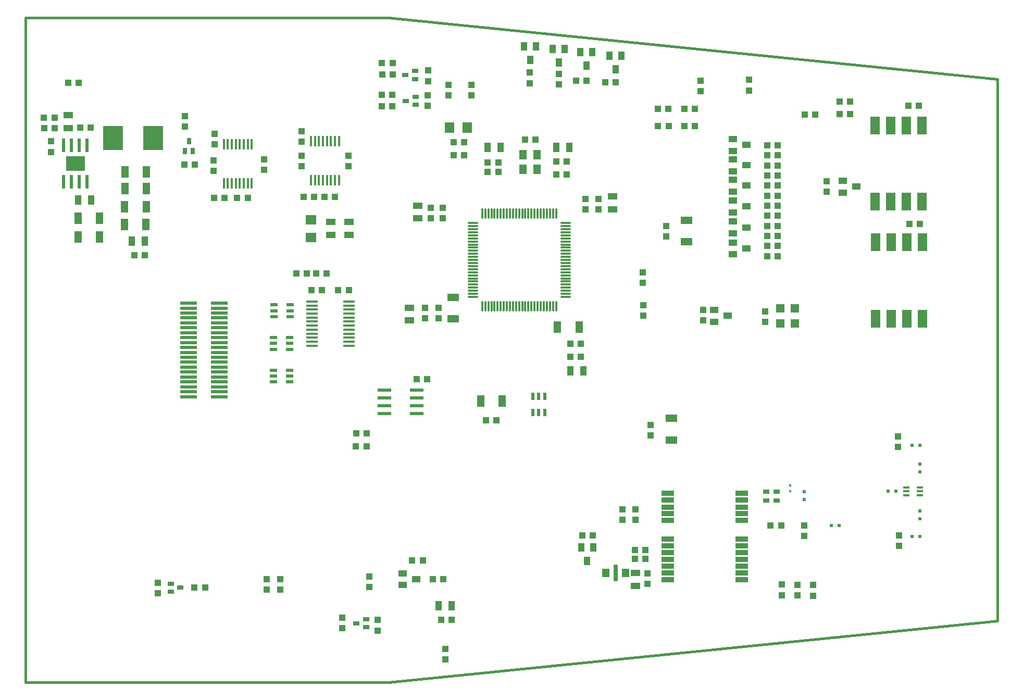
<source format=gtp>
G04 Layer_Color=8421504*
%FSLAX44Y44*%
%MOMM*%
G71*
G01*
G75*
%ADD10R,1.0160X1.1176*%
%ADD11O,0.3000X1.8000*%
%ADD12O,1.8000X0.3000*%
%ADD13R,1.1176X1.0160*%
%ADD14R,2.0000X0.8128*%
%ADD15R,1.0000X0.4000*%
%ADD16R,1.0160X1.4224*%
%ADD17R,1.4224X1.0160*%
%ADD18R,2.2098X0.6096*%
%ADD19R,0.6096X2.2098*%
%ADD20R,3.1000X2.4000*%
%ADD21R,0.4064X0.4000*%
%ADD22R,1.0000X1.0000*%
%ADD23R,1.0000X1.0000*%
%ADD24R,1.5000X1.0000*%
%ADD25R,1.0000X1.5000*%
%ADD26R,1.3000X1.9000*%
%ADD27R,1.9000X1.3000*%
%ADD28R,0.5588X1.2192*%
%ADD29R,1.2192X0.5588*%
%ADD30R,0.3000X1.8000*%
%ADD31R,1.9000X0.3000*%
%ADD32R,1.0000X0.8000*%
%ADD33R,0.8000X1.0000*%
%ADD34R,0.6350X2.6162*%
G04:AMPARAMS|DCode=35|XSize=1.1176mm|YSize=1.4224mm|CornerRadius=0.0838mm|HoleSize=0mm|Usage=FLASHONLY|Rotation=0.000|XOffset=0mm|YOffset=0mm|HoleType=Round|Shape=RoundedRectangle|*
%AMROUNDEDRECTD35*
21,1,1.1176,1.2548,0,0,0.0*
21,1,0.9500,1.4224,0,0,0.0*
1,1,0.1676,0.4750,-0.6274*
1,1,0.1676,-0.4750,-0.6274*
1,1,0.1676,-0.4750,0.6274*
1,1,0.1676,0.4750,0.6274*
%
%ADD35ROUNDEDRECTD35*%
%ADD36R,2.7000X0.5000*%
%ADD37R,1.8034X1.6002*%
%ADD38R,1.6002X1.8034*%
%ADD39R,1.1000X0.8000*%
%ADD40R,1.5000X3.0000*%
%ADD41R,1.4000X1.4000*%
%ADD42R,1.2000X1.6000*%
%ADD43R,3.2000X4.0000*%
%ADD44R,0.6000X0.6000*%
%ADD45R,0.6000X0.6000*%
%ADD48C,0.4000*%
%ADD95R,0.6048X1.0160*%
%ADD96R,0.6048X1.0000*%
%ADD97R,1.0922X1.4112*%
%ADD98R,1.1000X1.4112*%
D10*
X1297636Y1191500D02*
D03*
X1280500D02*
D03*
X1254886D02*
D03*
X1237750D02*
D03*
X1438136Y514250D02*
D03*
X1421000D02*
D03*
X1114864Y498750D02*
D03*
X1132000D02*
D03*
X855636Y457750D02*
D03*
X838500D02*
D03*
X501636Y413500D02*
D03*
X484500D02*
D03*
X650114Y924250D02*
D03*
X667250D02*
D03*
X467864Y1101000D02*
D03*
X485000D02*
D03*
X296636Y1234500D02*
D03*
X279500D02*
D03*
X788864Y1195750D02*
D03*
X806000D02*
D03*
X789114Y1214750D02*
D03*
X806250D02*
D03*
X789864Y1247500D02*
D03*
X807000D02*
D03*
X789364Y1266750D02*
D03*
X806500D02*
D03*
X871614Y427500D02*
D03*
X888750D02*
D03*
X699386Y924500D02*
D03*
X682250D02*
D03*
X1217636Y475000D02*
D03*
X1200500D02*
D03*
X1217636Y460000D02*
D03*
X1200500D02*
D03*
X1550386Y1183750D02*
D03*
X1533250D02*
D03*
X1493636Y1182750D02*
D03*
X1476500D02*
D03*
X256886Y1177500D02*
D03*
X239750D02*
D03*
X1169136Y1234750D02*
D03*
X1152000D02*
D03*
X1121886Y1237750D02*
D03*
X1104750D02*
D03*
X1415250Y1132636D02*
D03*
X1432386D02*
D03*
X1415250Y1099636D02*
D03*
X1432386D02*
D03*
X1415250Y1067182D02*
D03*
X1432386D02*
D03*
X1415250Y1034454D02*
D03*
X1432386D02*
D03*
X1415250Y1001727D02*
D03*
X1432386D02*
D03*
X1415250Y969000D02*
D03*
X1432386D02*
D03*
Y1116273D02*
D03*
X1415250D02*
D03*
X1432386Y1083545D02*
D03*
X1415250D02*
D03*
X1432386Y1050818D02*
D03*
X1415250D02*
D03*
X1432386Y1018091D02*
D03*
X1415250D02*
D03*
X1432386Y985364D02*
D03*
X1415250D02*
D03*
X1432386Y952636D02*
D03*
X1415250D02*
D03*
X1297636Y1164000D02*
D03*
X1280500D02*
D03*
X1255136D02*
D03*
X1238000D02*
D03*
X764136Y643500D02*
D03*
X747000D02*
D03*
D11*
X1072250Y1021750D02*
D03*
X1067250D02*
D03*
X1062250D02*
D03*
X1057250D02*
D03*
X1052250D02*
D03*
X1047250D02*
D03*
X1042250D02*
D03*
X1037250D02*
D03*
X1032250D02*
D03*
X1027250D02*
D03*
X1022250D02*
D03*
X1017250D02*
D03*
X1012250D02*
D03*
X1007250D02*
D03*
X1002250D02*
D03*
X997250D02*
D03*
X992250D02*
D03*
X987250D02*
D03*
X982250D02*
D03*
X977250D02*
D03*
X972250D02*
D03*
X967250D02*
D03*
X962250D02*
D03*
X957250D02*
D03*
X952250D02*
D03*
Y870750D02*
D03*
X957250D02*
D03*
X962250D02*
D03*
X967250D02*
D03*
X972250D02*
D03*
X977250D02*
D03*
X982250D02*
D03*
X987250D02*
D03*
X992250D02*
D03*
X997250D02*
D03*
X1002250D02*
D03*
X1007250D02*
D03*
X1012250D02*
D03*
X1017250D02*
D03*
X1022250D02*
D03*
X1027250D02*
D03*
X1032250D02*
D03*
X1037250D02*
D03*
X1042250D02*
D03*
X1047250D02*
D03*
X1052250D02*
D03*
X1057250D02*
D03*
X1062250D02*
D03*
X1067250D02*
D03*
X1072250D02*
D03*
D12*
X936750Y1006250D02*
D03*
Y1001250D02*
D03*
Y996250D02*
D03*
Y991250D02*
D03*
Y986250D02*
D03*
Y981250D02*
D03*
Y976250D02*
D03*
Y971250D02*
D03*
Y966250D02*
D03*
Y961250D02*
D03*
Y956250D02*
D03*
Y951250D02*
D03*
Y946250D02*
D03*
Y941250D02*
D03*
Y936250D02*
D03*
Y931250D02*
D03*
Y926250D02*
D03*
Y921250D02*
D03*
Y916250D02*
D03*
Y911250D02*
D03*
Y906250D02*
D03*
Y901250D02*
D03*
Y896250D02*
D03*
Y891250D02*
D03*
Y886250D02*
D03*
X1087750D02*
D03*
Y891250D02*
D03*
Y896250D02*
D03*
Y901250D02*
D03*
Y906250D02*
D03*
Y911250D02*
D03*
Y916250D02*
D03*
Y921250D02*
D03*
Y926250D02*
D03*
Y931250D02*
D03*
Y936250D02*
D03*
Y941250D02*
D03*
Y946250D02*
D03*
Y951250D02*
D03*
Y956250D02*
D03*
Y961250D02*
D03*
Y966250D02*
D03*
Y971250D02*
D03*
Y976250D02*
D03*
Y981250D02*
D03*
Y986250D02*
D03*
Y991250D02*
D03*
Y996250D02*
D03*
Y1001250D02*
D03*
Y1006250D02*
D03*
D13*
X782500Y360886D02*
D03*
Y343750D02*
D03*
X724750Y347864D02*
D03*
Y365000D02*
D03*
X624250Y410364D02*
D03*
Y427500D02*
D03*
X602000Y410364D02*
D03*
Y427500D02*
D03*
X768500Y414364D02*
D03*
Y431500D02*
D03*
X892500Y314136D02*
D03*
Y297000D02*
D03*
X425250Y404114D02*
D03*
Y421250D02*
D03*
X1385500Y1221864D02*
D03*
Y1239000D02*
D03*
X1490000Y400614D02*
D03*
Y417750D02*
D03*
X1464500Y400864D02*
D03*
Y418000D02*
D03*
X863250Y1196864D02*
D03*
Y1214000D02*
D03*
X864000Y1237000D02*
D03*
Y1254136D02*
D03*
X1214000Y855364D02*
D03*
Y872500D02*
D03*
X1213500Y925886D02*
D03*
Y908750D02*
D03*
X1439250Y401364D02*
D03*
Y418500D02*
D03*
X934250Y1231136D02*
D03*
Y1214000D02*
D03*
X897000Y1213864D02*
D03*
Y1231000D02*
D03*
X1201750Y523864D02*
D03*
Y541000D02*
D03*
X1180500Y523864D02*
D03*
Y541000D02*
D03*
X251750Y1139136D02*
D03*
Y1122000D02*
D03*
X1076500Y1248886D02*
D03*
Y1231750D02*
D03*
X1029500Y1250886D02*
D03*
Y1233750D02*
D03*
X1306750Y1220864D02*
D03*
Y1238000D02*
D03*
X1311250Y847864D02*
D03*
Y865000D02*
D03*
X1511750Y1056864D02*
D03*
Y1074000D02*
D03*
X469250Y1180386D02*
D03*
Y1163250D02*
D03*
D14*
X1254000Y459500D02*
D03*
Y448500D02*
D03*
Y437500D02*
D03*
Y426500D02*
D03*
Y470500D02*
D03*
Y481500D02*
D03*
Y492500D02*
D03*
Y522662D02*
D03*
Y533584D02*
D03*
Y544506D02*
D03*
Y555682D02*
D03*
Y566604D02*
D03*
X1374198D02*
D03*
Y555682D02*
D03*
Y544506D02*
D03*
Y533584D02*
D03*
Y522662D02*
D03*
Y492500D02*
D03*
Y481500D02*
D03*
Y470500D02*
D03*
Y459500D02*
D03*
Y448500D02*
D03*
Y437500D02*
D03*
Y426500D02*
D03*
D15*
X1663500Y563750D02*
D03*
Y576750D02*
D03*
X1641500D02*
D03*
Y563750D02*
D03*
X1663500Y570250D02*
D03*
X1641500D02*
D03*
D16*
X1123000Y456574D02*
D03*
X1113348Y478750D02*
D03*
X1132500D02*
D03*
X1168750Y1256324D02*
D03*
X1159098Y1278500D02*
D03*
X1178250D02*
D03*
X1121500Y1262324D02*
D03*
X1111848Y1284500D02*
D03*
X1131000D02*
D03*
X1076500Y1267324D02*
D03*
X1066848Y1289500D02*
D03*
X1086000D02*
D03*
X1030000Y1271574D02*
D03*
X1020348Y1293750D02*
D03*
X1039500D02*
D03*
D17*
X844676Y427500D02*
D03*
X822500Y417848D02*
D03*
Y437000D02*
D03*
X1560176Y1065500D02*
D03*
X1538000Y1055848D02*
D03*
Y1075000D02*
D03*
X1382062Y1133136D02*
D03*
X1359886Y1123484D02*
D03*
Y1142636D02*
D03*
X1382062Y1100136D02*
D03*
X1359886Y1090484D02*
D03*
Y1109636D02*
D03*
X1382062Y1067136D02*
D03*
X1359886Y1057484D02*
D03*
Y1076636D02*
D03*
X1382062Y1033136D02*
D03*
X1359886Y1023484D02*
D03*
Y1042636D02*
D03*
X1382062Y999136D02*
D03*
X1359886Y989484D02*
D03*
Y1008636D02*
D03*
X1382062Y965136D02*
D03*
X1359886Y955484D02*
D03*
Y974636D02*
D03*
X1351426Y855500D02*
D03*
X1329250Y845848D02*
D03*
Y865000D02*
D03*
D18*
X845662Y696450D02*
D03*
Y709150D02*
D03*
Y734550D02*
D03*
X793500Y696450D02*
D03*
Y709150D02*
D03*
Y734550D02*
D03*
X845662Y721850D02*
D03*
X793500D02*
D03*
D19*
X271950Y1073000D02*
D03*
X284650D02*
D03*
X310050D02*
D03*
X271950Y1133000D02*
D03*
X284650D02*
D03*
X310050D02*
D03*
X297350Y1073000D02*
D03*
Y1133000D02*
D03*
D20*
X291000Y1103000D02*
D03*
D21*
X1453000Y580000D02*
D03*
Y570000D02*
D03*
D22*
X1221000Y437000D02*
D03*
Y420000D02*
D03*
X1627865Y658965D02*
D03*
Y641965D02*
D03*
X1629503Y498380D02*
D03*
Y481380D02*
D03*
X1475250Y497250D02*
D03*
Y514250D02*
D03*
X517500Y1151000D02*
D03*
Y1134000D02*
D03*
X868250Y1013750D02*
D03*
Y1030750D02*
D03*
X888250D02*
D03*
Y1013750D02*
D03*
X859250Y868750D02*
D03*
Y851750D02*
D03*
X881250D02*
D03*
Y868750D02*
D03*
X1120250Y1028750D02*
D03*
Y1045750D02*
D03*
X1141250D02*
D03*
Y1028750D02*
D03*
X1251250Y984250D02*
D03*
Y1001250D02*
D03*
X658500Y1138750D02*
D03*
Y1155750D02*
D03*
X515500Y1108000D02*
D03*
Y1091000D02*
D03*
X597500Y1092750D02*
D03*
Y1109750D02*
D03*
X658500Y1116000D02*
D03*
Y1099000D02*
D03*
X735000D02*
D03*
Y1116000D02*
D03*
X1225750Y678000D02*
D03*
Y661000D02*
D03*
X1412500Y845500D02*
D03*
Y862500D02*
D03*
D23*
X1645250Y1197250D02*
D03*
X1662250D02*
D03*
X1663500Y1004500D02*
D03*
X1646500D02*
D03*
X958250Y685500D02*
D03*
X975250D02*
D03*
X516500Y1047500D02*
D03*
X533500D02*
D03*
X571000D02*
D03*
X554000D02*
D03*
X1038500Y1142000D02*
D03*
X1021500D02*
D03*
X1533500Y1203750D02*
D03*
X1550500D02*
D03*
X1072500Y1106000D02*
D03*
X1089500D02*
D03*
Y1085000D02*
D03*
X1072500D02*
D03*
X961250Y1104750D02*
D03*
X978250D02*
D03*
Y1089750D02*
D03*
X961250D02*
D03*
X1095250Y788750D02*
D03*
X1112250D02*
D03*
Y809750D02*
D03*
X1095250D02*
D03*
X905500Y1138000D02*
D03*
X922500D02*
D03*
Y1116750D02*
D03*
X905500D02*
D03*
X298750Y1161000D02*
D03*
X315750D02*
D03*
X240000Y1160250D02*
D03*
X257000D02*
D03*
X403500Y954000D02*
D03*
X386500D02*
D03*
X862500Y752500D02*
D03*
X845500D02*
D03*
X764250Y664000D02*
D03*
X747250D02*
D03*
X696000Y1048500D02*
D03*
X713000D02*
D03*
X679000D02*
D03*
X662000D02*
D03*
X718250Y897000D02*
D03*
X735250D02*
D03*
X675000D02*
D03*
X692000D02*
D03*
X885250Y361500D02*
D03*
X902250D02*
D03*
D24*
X1201750Y437250D02*
D03*
Y416250D02*
D03*
X735750Y1008000D02*
D03*
Y987000D02*
D03*
X705750Y1008000D02*
D03*
Y987000D02*
D03*
X834250Y868750D02*
D03*
Y847750D02*
D03*
X1164250Y1028750D02*
D03*
Y1049750D02*
D03*
X279250Y1160750D02*
D03*
Y1181750D02*
D03*
X847250Y1013750D02*
D03*
Y1034750D02*
D03*
D25*
X1072500Y1129000D02*
D03*
X1093500D02*
D03*
X403750Y977000D02*
D03*
X382750D02*
D03*
X295750Y1043750D02*
D03*
X316750D02*
D03*
X961250Y1129000D02*
D03*
X982250D02*
D03*
X1095250Y765750D02*
D03*
X1116250D02*
D03*
X902250Y384000D02*
D03*
X881250D02*
D03*
D26*
X984500Y716500D02*
D03*
X949500D02*
D03*
X1109500Y837000D02*
D03*
X1074500D02*
D03*
X371500Y1089500D02*
D03*
X406500D02*
D03*
X371250Y1062000D02*
D03*
X406250D02*
D03*
X371000Y1032750D02*
D03*
X406000D02*
D03*
X370750Y1003500D02*
D03*
X405750D02*
D03*
X330500Y984000D02*
D03*
X295500D02*
D03*
X330000Y1014000D02*
D03*
X295000D02*
D03*
D27*
X905250Y850750D02*
D03*
Y885750D02*
D03*
X1284250Y976000D02*
D03*
Y1011000D02*
D03*
X1260000Y688750D02*
D03*
Y653750D02*
D03*
D28*
X1034500Y724208D02*
D03*
X1044000D02*
D03*
X1053652D02*
D03*
Y698000D02*
D03*
X1044000D02*
D03*
X1034500D02*
D03*
D29*
X639958Y873250D02*
D03*
Y863750D02*
D03*
Y854098D02*
D03*
X613750D02*
D03*
Y863750D02*
D03*
Y873250D02*
D03*
X639208Y820000D02*
D03*
Y810500D02*
D03*
Y800848D02*
D03*
X613000D02*
D03*
Y810500D02*
D03*
Y820000D02*
D03*
X639208Y767250D02*
D03*
Y757750D02*
D03*
Y748098D02*
D03*
X613000D02*
D03*
Y757750D02*
D03*
Y767250D02*
D03*
D30*
X532250Y1071000D02*
D03*
X538750D02*
D03*
X545250D02*
D03*
X551750D02*
D03*
X558250D02*
D03*
X564750D02*
D03*
X571250D02*
D03*
X577750D02*
D03*
X532250Y1134000D02*
D03*
X538750D02*
D03*
X545250D02*
D03*
X551750D02*
D03*
X558250D02*
D03*
X564750D02*
D03*
X571250D02*
D03*
X577750D02*
D03*
X673750Y1076000D02*
D03*
X680250D02*
D03*
X686750D02*
D03*
X693250D02*
D03*
X699750D02*
D03*
X706250D02*
D03*
X712750D02*
D03*
X719250D02*
D03*
X673750Y1139000D02*
D03*
X680250D02*
D03*
X686750D02*
D03*
X693250D02*
D03*
X699750D02*
D03*
X706250D02*
D03*
X712750D02*
D03*
X719250D02*
D03*
D31*
X675250Y878500D02*
D03*
Y872000D02*
D03*
Y865500D02*
D03*
Y859000D02*
D03*
Y852500D02*
D03*
Y846000D02*
D03*
Y839500D02*
D03*
Y833000D02*
D03*
Y826500D02*
D03*
Y820000D02*
D03*
Y813500D02*
D03*
Y807000D02*
D03*
X735250Y878500D02*
D03*
Y872000D02*
D03*
Y865500D02*
D03*
Y859000D02*
D03*
Y852500D02*
D03*
Y846000D02*
D03*
Y839500D02*
D03*
Y833000D02*
D03*
Y826500D02*
D03*
Y820000D02*
D03*
Y813500D02*
D03*
Y807000D02*
D03*
D32*
X763500Y349250D02*
D03*
Y362250D02*
D03*
X747500Y355750D02*
D03*
X445750Y420000D02*
D03*
Y407000D02*
D03*
X461750Y413500D02*
D03*
X843750Y1198250D02*
D03*
Y1211250D02*
D03*
X827750Y1204750D02*
D03*
X843000Y1240250D02*
D03*
Y1253250D02*
D03*
X827000Y1246750D02*
D03*
D33*
X469000Y1123000D02*
D03*
X482000D02*
D03*
X475500Y1139000D02*
D03*
D34*
X1169000Y437423D02*
D03*
D35*
X1185002D02*
D03*
X1153000D02*
D03*
D36*
X475000Y876000D02*
D03*
X525000D02*
D03*
Y868000D02*
D03*
X475000D02*
D03*
X525000Y860000D02*
D03*
X475000D02*
D03*
X525000Y852000D02*
D03*
X475000D02*
D03*
X525000Y844000D02*
D03*
X475000D02*
D03*
X525000Y836000D02*
D03*
X475000D02*
D03*
X525000Y828000D02*
D03*
X475000D02*
D03*
X525000Y820000D02*
D03*
X475000D02*
D03*
X525000Y812000D02*
D03*
X475000D02*
D03*
X525000Y804000D02*
D03*
X475000D02*
D03*
X525000Y796000D02*
D03*
X475000D02*
D03*
X525000Y788000D02*
D03*
X475000D02*
D03*
X525000Y780000D02*
D03*
X475000D02*
D03*
X525000Y772000D02*
D03*
X475000D02*
D03*
X525000Y764000D02*
D03*
X475000D02*
D03*
X525000Y756000D02*
D03*
X475000D02*
D03*
X525000Y748000D02*
D03*
X475000D02*
D03*
X525000Y740000D02*
D03*
X475000D02*
D03*
X525000Y732000D02*
D03*
X475000D02*
D03*
X525000Y724000D02*
D03*
X475000D02*
D03*
D37*
X673500Y982776D02*
D03*
Y1011220D02*
D03*
D38*
X927474Y1161250D02*
D03*
X899030D02*
D03*
D39*
X1431000Y555500D02*
D03*
X1414000D02*
D03*
Y569500D02*
D03*
X1431000D02*
D03*
D40*
X1667100Y1165000D02*
D03*
X1641700D02*
D03*
X1616300D02*
D03*
X1590900D02*
D03*
Y1041000D02*
D03*
X1616300D02*
D03*
X1641700D02*
D03*
X1667100D02*
D03*
X1667900Y975000D02*
D03*
X1642500D02*
D03*
X1617100D02*
D03*
X1591700D02*
D03*
Y851000D02*
D03*
X1617100D02*
D03*
X1642500D02*
D03*
X1667900D02*
D03*
D41*
X1436500Y867250D02*
D03*
X1460500D02*
D03*
Y843250D02*
D03*
X1436500D02*
D03*
D42*
X1041250Y1093750D02*
D03*
X1018250D02*
D03*
Y1117750D02*
D03*
X1041250D02*
D03*
D43*
X352500Y1144500D02*
D03*
X417500D02*
D03*
D44*
X1651250Y497000D02*
D03*
X1663500D02*
D03*
X1651250Y644500D02*
D03*
X1663500D02*
D03*
X1519750Y514250D02*
D03*
X1532000D02*
D03*
X1624250Y570250D02*
D03*
X1612000D02*
D03*
D45*
X1475500Y557250D02*
D03*
Y569500D02*
D03*
X1663599Y525870D02*
D03*
Y538120D02*
D03*
X1663613Y614315D02*
D03*
Y602065D02*
D03*
D48*
X800000Y260000D02*
X1790000Y360000D01*
Y1240000D01*
X210000Y260000D02*
X800000D01*
Y1340000D02*
X1790000Y1240000D01*
X210000Y1340000D02*
X800000D01*
X210000Y260000D02*
Y1340000D01*
D95*
X1169024Y445551D02*
D03*
D96*
Y429423D02*
D03*
D97*
X1185129Y437479D02*
D03*
D98*
X1153000D02*
D03*
M02*

</source>
